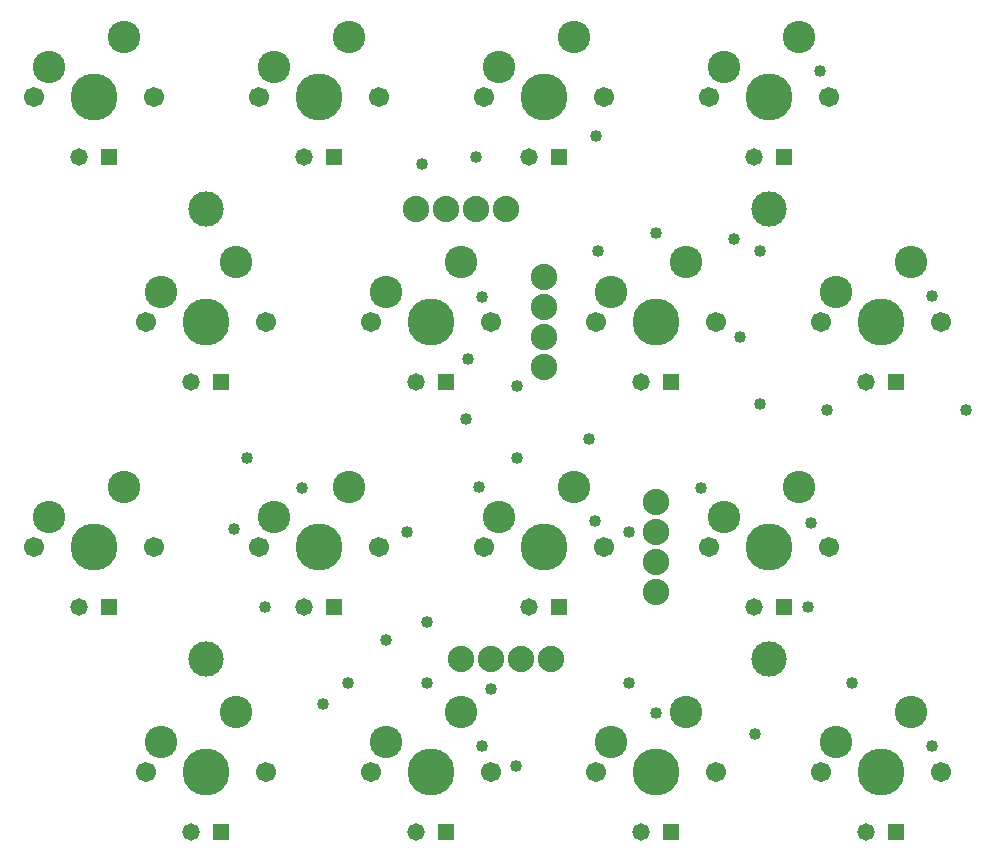
<source format=gts>
G04 DipTrace 2.2.0.9*
%INTopMask.gbr*%
%MOIN*%
%ADD19C,0.04*%
%ADD21C,0.118*%
%ADD22C,0.157*%
%ADD23C,0.067*%
%ADD30C,0.108*%
%ADD32C,0.088*%
%ADD34R,0.058X0.058*%
%ADD36C,0.058*%
%FSLAX44Y44*%
%SFA1B1*%
%OFA0B0*%
G04*
G70*
G90*
G75*
G01*
%LNTopMask*%
%LPD*%
D19*
X31455Y4344D3*
X32585Y15566D3*
X27950D3*
X27410Y11785D3*
X27705Y26844D3*
X31455Y19344D3*
X28785Y6450D3*
X22250Y21450D3*
X25545Y4750D3*
X23750Y12950D3*
X21335Y11494D3*
Y6450D3*
X20205Y11844D3*
X25045Y18000D3*
X10450Y12950D3*
X8165Y11602D3*
X9200Y9000D3*
X11145Y5750D3*
X16455Y4344D3*
X16750Y6254D3*
X16455Y19335D3*
X20300Y20850D3*
X20250Y24700D3*
X14445Y23750D3*
X15985Y17250D3*
X17600Y16364D3*
X8600Y13950D3*
X17600D3*
X13250Y7900D3*
X13950Y11494D3*
X16350Y13000D3*
X20000Y14600D3*
X22250Y5450D3*
X17585Y3694D3*
X27300Y9000D3*
X25695Y15750D3*
Y20850D3*
X24850Y21254D3*
X15900Y15250D3*
X16250Y24000D3*
X14600Y8500D3*
Y6450D3*
X11965D3*
D36*
X3000Y24000D3*
D34*
X4000D3*
D36*
X10500D3*
D34*
X11500D3*
D36*
X18000D3*
D34*
X19000D3*
D36*
X25500D3*
D34*
X26500D3*
D36*
X6750Y16500D3*
D34*
X7750D3*
D36*
X14250D3*
D34*
X15250D3*
D36*
X21750D3*
D34*
X22750D3*
D36*
X29250D3*
D34*
X30250D3*
D36*
X3000Y9000D3*
D34*
X4000D3*
D36*
X10500D3*
D34*
X11500D3*
D36*
X18000D3*
D34*
X19000D3*
D36*
X25500D3*
D34*
X26500D3*
D36*
X6750Y1500D3*
D34*
X7750D3*
D36*
X14250D3*
D34*
X15250D3*
D36*
X21750D3*
D34*
X22750D3*
D36*
X29250D3*
D34*
X30250D3*
D21*
X26000Y22250D3*
X7250D3*
Y7250D3*
X26000D3*
D32*
X22250Y9500D3*
Y10500D3*
Y11500D3*
Y12500D3*
X18750Y7250D3*
X17750D3*
X16750D3*
X15750D3*
X14250Y22250D3*
X15250D3*
X16250D3*
X17250D3*
X18500Y17000D3*
Y18000D3*
Y19000D3*
Y20000D3*
D30*
X2000Y27000D3*
X4500Y28000D3*
D22*
X3500Y26000D3*
D23*
X1500D3*
X5500D3*
D30*
X9500Y27000D3*
X12000Y28000D3*
D22*
X11000Y26000D3*
D23*
X9000D3*
X13000D3*
D30*
X17000Y27000D3*
X19500Y28000D3*
D22*
X18500Y26000D3*
D23*
X16500D3*
X20500D3*
D30*
X24500Y27000D3*
X27000Y28000D3*
D22*
X26000Y26000D3*
D23*
X24000D3*
X28000D3*
D30*
X5750Y19500D3*
X8250Y20500D3*
D22*
X7250Y18500D3*
D23*
X5250D3*
X9250D3*
D30*
X13250Y19500D3*
X15750Y20500D3*
D22*
X14750Y18500D3*
D23*
X12750D3*
X16750D3*
D30*
X20750Y19500D3*
X23250Y20500D3*
D22*
X22250Y18500D3*
D23*
X20250D3*
X24250D3*
D30*
X28250Y19500D3*
X30750Y20500D3*
D22*
X29750Y18500D3*
D23*
X27750D3*
X31750D3*
D30*
X2000Y12000D3*
X4500Y13000D3*
D22*
X3500Y11000D3*
D23*
X1500D3*
X5500D3*
D30*
X9500Y12000D3*
X12000Y13000D3*
D22*
X11000Y11000D3*
D23*
X9000D3*
X13000D3*
D30*
X17000Y12000D3*
X19500Y13000D3*
D22*
X18500Y11000D3*
D23*
X16500D3*
X20500D3*
D30*
X24500Y12000D3*
X27000Y13000D3*
D22*
X26000Y11000D3*
D23*
X24000D3*
X28000D3*
D30*
X5750Y4500D3*
X8250Y5500D3*
D22*
X7250Y3500D3*
D23*
X5250D3*
X9250D3*
D30*
X13250Y4500D3*
X15750Y5500D3*
D22*
X14750Y3500D3*
D23*
X12750D3*
X16750D3*
D30*
X20750Y4500D3*
X23250Y5500D3*
D22*
X22250Y3500D3*
D23*
X20250D3*
X24250D3*
D30*
X28250Y4500D3*
X30750Y5500D3*
D22*
X29750Y3500D3*
D23*
X27750D3*
X31750D3*
M02*

</source>
